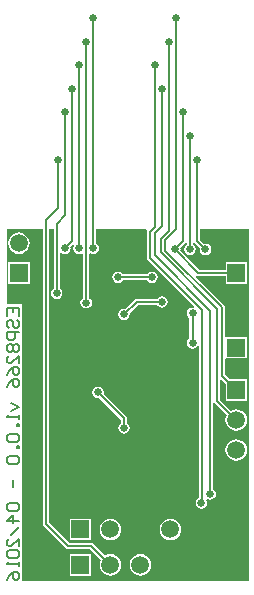
<source format=gbl>
G04 Layer_Physical_Order=2*
G04 Layer_Color=255*
%FSLAX24Y24*%
%MOIN*%
G70*
G01*
G75*
%ADD21C,0.0079*%
%ADD22C,0.0394*%
%ADD23C,0.0059*%
%ADD24R,0.0591X0.0591*%
%ADD25C,0.0591*%
%ADD26R,0.0591X0.0591*%
%ADD27C,0.0157*%
%ADD28C,0.0256*%
G36*
X8166Y101D02*
X627D01*
Y9312D01*
X101D01*
X101Y11811D01*
X1316D01*
Y2008D01*
X1324Y1969D01*
X1346Y1936D01*
X2094Y1188D01*
X2127Y1166D01*
X2165Y1159D01*
X2887D01*
X3245Y801D01*
X3213Y723D01*
X3201Y630D01*
X3213Y537D01*
X3249Y451D01*
X3306Y377D01*
X3380Y320D01*
X3466Y284D01*
X3559Y272D01*
X3652Y284D01*
X3738Y320D01*
X3812Y377D01*
X3869Y451D01*
X3905Y537D01*
X3917Y630D01*
X3905Y723D01*
X3869Y809D01*
X3812Y883D01*
X3738Y940D01*
X3652Y976D01*
X3559Y988D01*
X3466Y976D01*
X3388Y944D01*
X3001Y1331D01*
X2968Y1353D01*
X2929Y1361D01*
X2207D01*
X1519Y2050D01*
Y11811D01*
X1670D01*
Y9843D01*
X1636Y9821D01*
X1595Y9758D01*
X1580Y9685D01*
X1595Y9612D01*
X1636Y9550D01*
X1698Y9508D01*
X1772Y9493D01*
X1845Y9508D01*
X1907Y9550D01*
X1949Y9612D01*
X1963Y9685D01*
X1949Y9758D01*
X1907Y9821D01*
X1873Y9843D01*
Y11020D01*
X1923Y11038D01*
X1974Y11004D01*
X2047Y10989D01*
X2121Y11004D01*
X2183Y11046D01*
X2224Y11108D01*
X2239Y11181D01*
X2231Y11221D01*
X2320Y11311D01*
X2359Y11279D01*
X2343Y11254D01*
X2328Y11181D01*
X2343Y11108D01*
X2384Y11046D01*
X2446Y11004D01*
X2520Y10989D01*
X2593Y11004D01*
X2610Y11016D01*
X2655Y10992D01*
Y9528D01*
X2620Y9506D01*
X2579Y9443D01*
X2564Y9370D01*
X2579Y9297D01*
X2620Y9235D01*
X2683Y9193D01*
X2756Y9178D01*
X2829Y9193D01*
X2891Y9235D01*
X2933Y9297D01*
X2948Y9370D01*
X2933Y9443D01*
X2891Y9506D01*
X2857Y9528D01*
Y10992D01*
X2901Y11016D01*
X2919Y11004D01*
X2992Y10989D01*
X3065Y11004D01*
X3128Y11046D01*
X3169Y11108D01*
X3184Y11181D01*
X3169Y11254D01*
X3128Y11317D01*
X3093Y11339D01*
Y11811D01*
X4755D01*
X4769Y11795D01*
X4786Y11761D01*
X4781Y11732D01*
Y10866D01*
X4788Y10827D01*
X4810Y10795D01*
X6358Y9247D01*
X6333Y9201D01*
X6299Y9207D01*
X6226Y9193D01*
X6164Y9151D01*
X6122Y9089D01*
X6108Y9016D01*
X6122Y8942D01*
X6164Y8880D01*
X6198Y8857D01*
Y8190D01*
X6164Y8167D01*
X6122Y8105D01*
X6108Y8031D01*
X6122Y7958D01*
X6164Y7896D01*
X6226Y7854D01*
X6299Y7840D01*
X6373Y7854D01*
X6435Y7896D01*
X6463Y7938D01*
X6513Y7923D01*
Y2868D01*
X6459Y2832D01*
X6417Y2770D01*
X6403Y2697D01*
X6417Y2624D01*
X6459Y2561D01*
X6521Y2520D01*
X6594Y2505D01*
X6668Y2520D01*
X6730Y2561D01*
X6772Y2624D01*
X6786Y2697D01*
X6772Y2770D01*
X6754Y2797D01*
X6790Y2833D01*
X6816Y2815D01*
X6890Y2800D01*
X6963Y2815D01*
X7025Y2857D01*
X7067Y2919D01*
X7081Y2992D01*
X7067Y3065D01*
X7025Y3128D01*
X6991Y3150D01*
Y6020D01*
X7041Y6035D01*
X7054Y6015D01*
X7442Y5627D01*
X7410Y5549D01*
X7398Y5457D01*
X7410Y5364D01*
X7446Y5278D01*
X7503Y5203D01*
X7577Y5146D01*
X7663Y5111D01*
X7756Y5098D01*
X7849Y5111D01*
X7935Y5146D01*
X8009Y5203D01*
X8066Y5278D01*
X8102Y5364D01*
X8114Y5457D01*
X8102Y5549D01*
X8066Y5636D01*
X8009Y5710D01*
X7935Y5767D01*
X7849Y5803D01*
X7756Y5815D01*
X7663Y5803D01*
X7585Y5771D01*
X7227Y6129D01*
Y6777D01*
X7273Y6796D01*
X7401Y6669D01*
Y6101D01*
X8111D01*
Y6812D01*
X7544D01*
X7385Y6971D01*
Y7475D01*
X7401Y7519D01*
X7435Y7519D01*
X8111D01*
Y8229D01*
X7435D01*
X7401Y8229D01*
X7385Y8273D01*
Y9213D01*
X7377Y9251D01*
X7355Y9284D01*
X6401Y10238D01*
X6433Y10277D01*
X6457Y10261D01*
X6496Y10253D01*
X7401D01*
Y9999D01*
X8111D01*
Y10710D01*
X7401D01*
Y10456D01*
X6538D01*
X5892Y11101D01*
X5900Y11142D01*
X5892Y11182D01*
X6056Y11346D01*
X6069Y11366D01*
X6119Y11350D01*
Y11300D01*
X6085Y11277D01*
X6043Y11215D01*
X6029Y11142D01*
X6043Y11068D01*
X6085Y11006D01*
X6147Y10965D01*
X6220Y10950D01*
X6294Y10965D01*
X6356Y11006D01*
X6398Y11068D01*
X6412Y11142D01*
X6398Y11215D01*
X6356Y11277D01*
X6322Y11300D01*
Y11350D01*
X6372Y11366D01*
X6385Y11346D01*
X6549Y11182D01*
X6541Y11142D01*
X6555Y11068D01*
X6597Y11006D01*
X6659Y10965D01*
X6732Y10950D01*
X6806Y10965D01*
X6868Y11006D01*
X6909Y11068D01*
X6924Y11142D01*
X6909Y11215D01*
X6868Y11277D01*
X6806Y11319D01*
X6732Y11333D01*
X6692Y11325D01*
X6558Y11459D01*
Y11811D01*
X8166D01*
Y101D01*
D02*
G37*
%LPC*%
G36*
X512Y11713D02*
X419Y11700D01*
X333Y11665D01*
X258Y11608D01*
X201Y11533D01*
X166Y11447D01*
X153Y11354D01*
X166Y11262D01*
X201Y11175D01*
X258Y11101D01*
X333Y11044D01*
X419Y11008D01*
X512Y10996D01*
X605Y11008D01*
X691Y11044D01*
X765Y11101D01*
X822Y11175D01*
X858Y11262D01*
X870Y11354D01*
X858Y11447D01*
X822Y11533D01*
X765Y11608D01*
X691Y11665D01*
X605Y11700D01*
X512Y11713D01*
D02*
G37*
G36*
X4941Y10408D02*
X4868Y10394D01*
X4805Y10352D01*
X4783Y10318D01*
X3977D01*
X3954Y10352D01*
X3892Y10394D01*
X3819Y10408D01*
X3746Y10394D01*
X3683Y10352D01*
X3642Y10290D01*
X3627Y10217D01*
X3642Y10143D01*
X3683Y10081D01*
X3746Y10039D01*
X3819Y10025D01*
X3892Y10039D01*
X3954Y10081D01*
X3977Y10115D01*
X4783D01*
X4805Y10081D01*
X4868Y10039D01*
X4941Y10025D01*
X5014Y10039D01*
X5076Y10081D01*
X5118Y10143D01*
X5133Y10217D01*
X5118Y10290D01*
X5076Y10352D01*
X5014Y10394D01*
X4941Y10408D01*
D02*
G37*
G36*
X867Y10710D02*
X157D01*
Y9999D01*
X867D01*
Y10710D01*
D02*
G37*
G36*
X5282Y9585D02*
X5209Y9571D01*
X5146Y9529D01*
X5124Y9495D01*
X4433D01*
X4394Y9487D01*
X4361Y9465D01*
X4056Y9160D01*
X4016Y9168D01*
X3942Y9153D01*
X3880Y9112D01*
X3839Y9050D01*
X3824Y8976D01*
X3839Y8903D01*
X3880Y8841D01*
X3942Y8799D01*
X4016Y8785D01*
X4089Y8799D01*
X4151Y8841D01*
X4193Y8903D01*
X4207Y8976D01*
X4199Y9017D01*
X4475Y9292D01*
X5124D01*
X5146Y9258D01*
X5209Y9216D01*
X5282Y9202D01*
X5355Y9216D01*
X5417Y9258D01*
X5459Y9320D01*
X5474Y9394D01*
X5459Y9467D01*
X5417Y9529D01*
X5355Y9571D01*
X5282Y9585D01*
D02*
G37*
G36*
X3150Y6570D02*
X3076Y6555D01*
X3014Y6513D01*
X2973Y6451D01*
X2958Y6378D01*
X2973Y6305D01*
X3014Y6242D01*
X3076Y6201D01*
X3150Y6186D01*
X3190Y6194D01*
X3914Y5470D01*
Y5355D01*
X3880Y5332D01*
X3839Y5270D01*
X3824Y5197D01*
X3839Y5124D01*
X3880Y5061D01*
X3942Y5020D01*
X4016Y5005D01*
X4089Y5020D01*
X4151Y5061D01*
X4193Y5124D01*
X4207Y5197D01*
X4193Y5270D01*
X4151Y5332D01*
X4117Y5355D01*
Y5512D01*
X4109Y5551D01*
X4087Y5583D01*
X3333Y6338D01*
X3341Y6378D01*
X3327Y6451D01*
X3285Y6513D01*
X3223Y6555D01*
X3150Y6570D01*
D02*
G37*
G36*
X7756Y4815D02*
X7663Y4803D01*
X7577Y4767D01*
X7503Y4710D01*
X7446Y4636D01*
X7410Y4549D01*
X7398Y4457D01*
X7410Y4364D01*
X7446Y4278D01*
X7503Y4203D01*
X7577Y4146D01*
X7663Y4111D01*
X7756Y4098D01*
X7849Y4111D01*
X7935Y4146D01*
X8009Y4203D01*
X8066Y4278D01*
X8102Y4364D01*
X8114Y4457D01*
X8102Y4549D01*
X8066Y4636D01*
X8009Y4710D01*
X7935Y4767D01*
X7849Y4803D01*
X7756Y4815D01*
D02*
G37*
G36*
X2914Y2166D02*
X2204D01*
Y1456D01*
X2914D01*
Y2166D01*
D02*
G37*
G36*
X5559Y2169D02*
X5466Y2157D01*
X5380Y2121D01*
X5306Y2064D01*
X5249Y1990D01*
X5213Y1904D01*
X5201Y1811D01*
X5213Y1718D01*
X5249Y1632D01*
X5306Y1558D01*
X5380Y1501D01*
X5466Y1465D01*
X5559Y1453D01*
X5652Y1465D01*
X5738Y1501D01*
X5812Y1558D01*
X5869Y1632D01*
X5905Y1718D01*
X5917Y1811D01*
X5905Y1904D01*
X5869Y1990D01*
X5812Y2064D01*
X5738Y2121D01*
X5652Y2157D01*
X5559Y2169D01*
D02*
G37*
G36*
X3559D02*
X3466Y2157D01*
X3380Y2121D01*
X3306Y2064D01*
X3249Y1990D01*
X3213Y1904D01*
X3201Y1811D01*
X3213Y1718D01*
X3249Y1632D01*
X3306Y1558D01*
X3380Y1501D01*
X3466Y1465D01*
X3559Y1453D01*
X3652Y1465D01*
X3738Y1501D01*
X3812Y1558D01*
X3869Y1632D01*
X3905Y1718D01*
X3917Y1811D01*
X3905Y1904D01*
X3869Y1990D01*
X3812Y2064D01*
X3738Y2121D01*
X3652Y2157D01*
X3559Y2169D01*
D02*
G37*
G36*
X2914Y985D02*
X2204D01*
Y275D01*
X2914D01*
Y985D01*
D02*
G37*
G36*
X4559Y988D02*
X4466Y976D01*
X4380Y940D01*
X4306Y883D01*
X4249Y809D01*
X4213Y723D01*
X4201Y630D01*
X4213Y537D01*
X4249Y451D01*
X4306Y377D01*
X4380Y320D01*
X4466Y284D01*
X4559Y272D01*
X4652Y284D01*
X4738Y320D01*
X4812Y377D01*
X4869Y451D01*
X4905Y537D01*
X4917Y630D01*
X4905Y723D01*
X4869Y809D01*
X4812Y883D01*
X4738Y940D01*
X4652Y976D01*
X4559Y988D01*
D02*
G37*
%LPD*%
D21*
X2929Y1260D02*
X3559Y630D01*
X2165Y1260D02*
X2929D01*
X6594Y2697D02*
X6614Y2717D01*
X3150Y6378D02*
X4016Y5512D01*
Y5197D02*
Y5512D01*
X2992Y11181D02*
Y18858D01*
X2520Y11181D02*
Y17283D01*
X2283Y11417D02*
Y16496D01*
X2047Y12283D02*
Y15709D01*
X6457Y11417D02*
Y14134D01*
X6220Y11142D02*
Y14921D01*
X5984Y11417D02*
Y15709D01*
X6457Y11417D02*
X6732Y11142D01*
X6220D02*
X6220Y11142D01*
X5709Y11142D02*
X5984Y11417D01*
X2047Y11181D02*
X2283Y11417D01*
X2992Y9921D02*
X4439D01*
X2756Y9370D02*
Y18071D01*
X1772Y12008D02*
X2047Y12283D01*
X1417Y12126D02*
X1811Y12520D01*
Y14134D01*
X5512Y11771D02*
Y18071D01*
X5748Y11811D02*
Y18858D01*
X5039Y11889D02*
Y17283D01*
X5276Y11929D02*
Y16496D01*
X5394Y11457D02*
X5748Y11811D01*
X5236Y11495D02*
X5512Y11771D01*
X5039Y11693D02*
X5276Y11929D01*
X4882Y11732D02*
X5039Y11889D01*
X4016Y8976D02*
X4433Y9394D01*
X5282D01*
X3819Y10217D02*
X4941D01*
X5709Y11142D02*
X6496Y10354D01*
X7756D01*
X2992Y8110D02*
Y9921D01*
X1772Y9685D02*
Y12008D01*
X7283Y6929D02*
X7756Y6457D01*
X7126Y6087D02*
X7756Y5457D01*
X1417Y2008D02*
Y12126D01*
Y2008D02*
X2165Y1260D01*
X5394Y11102D02*
Y11457D01*
Y11102D02*
X7283Y9213D01*
Y6929D02*
Y9213D01*
X5236Y11063D02*
Y11495D01*
Y11063D02*
X7126Y9173D01*
Y6087D02*
Y9173D01*
X4882Y10866D02*
Y11732D01*
Y10866D02*
X6614Y9134D01*
Y2717D02*
Y9134D01*
X5039Y10945D02*
Y11693D01*
Y10945D02*
X6890Y9094D01*
Y2992D02*
Y9094D01*
X6299Y8031D02*
Y9016D01*
D22*
X4449Y8031D02*
X4984Y8567D01*
X4449Y4764D02*
Y8031D01*
X4984Y8567D02*
X5676D01*
D23*
X114Y8917D02*
Y9179D01*
X508D01*
Y8917D01*
X311Y9179D02*
Y9048D01*
X180Y8523D02*
X114Y8589D01*
Y8720D01*
X180Y8786D01*
X246D01*
X311Y8720D01*
Y8589D01*
X377Y8523D01*
X442D01*
X508Y8589D01*
Y8720D01*
X442Y8786D01*
X508Y8392D02*
X114D01*
Y8195D01*
X180Y8130D01*
X311D01*
X377Y8195D01*
Y8392D01*
X180Y7998D02*
X114Y7933D01*
Y7802D01*
X180Y7736D01*
X246D01*
X311Y7802D01*
X377Y7736D01*
X442D01*
X508Y7802D01*
Y7933D01*
X442Y7998D01*
X377D01*
X311Y7933D01*
X246Y7998D01*
X180D01*
X311Y7933D02*
Y7802D01*
X508Y7342D02*
Y7605D01*
X246Y7342D01*
X180D01*
X114Y7408D01*
Y7539D01*
X180Y7605D01*
X114Y6949D02*
X180Y7080D01*
X311Y7211D01*
X442D01*
X508Y7146D01*
Y7015D01*
X442Y6949D01*
X377D01*
X311Y7015D01*
Y7211D01*
X114Y6555D02*
X180Y6687D01*
X311Y6818D01*
X442D01*
X508Y6752D01*
Y6621D01*
X442Y6555D01*
X377D01*
X311Y6621D01*
Y6818D01*
X246Y6031D02*
X508Y5899D01*
X246Y5768D01*
X508Y5637D02*
Y5506D01*
Y5571D01*
X114D01*
X180Y5637D01*
X508Y5309D02*
X442D01*
Y5243D01*
X508D01*
Y5309D01*
X180Y4981D02*
X114Y4915D01*
Y4784D01*
X180Y4719D01*
X442D01*
X508Y4784D01*
Y4915D01*
X442Y4981D01*
X180D01*
X508Y4587D02*
X442D01*
Y4522D01*
X508D01*
Y4587D01*
X180Y4259D02*
X114Y4194D01*
Y4063D01*
X180Y3997D01*
X442D01*
X508Y4063D01*
Y4194D01*
X442Y4259D01*
X180D01*
X311Y3472D02*
Y3210D01*
X180Y2685D02*
X114Y2620D01*
Y2488D01*
X180Y2423D01*
X442D01*
X508Y2488D01*
Y2620D01*
X442Y2685D01*
X180D01*
X508Y2095D02*
X114D01*
X311Y2292D01*
Y2029D01*
X508Y1898D02*
X246Y1636D01*
X508Y1242D02*
Y1504D01*
X246Y1242D01*
X180D01*
X114Y1308D01*
Y1439D01*
X180Y1504D01*
Y1111D02*
X114Y1045D01*
Y914D01*
X180Y849D01*
X442D01*
X508Y914D01*
Y1045D01*
X442Y1111D01*
X180D01*
X508Y717D02*
Y586D01*
Y652D01*
X114D01*
X180Y717D01*
X114Y127D02*
X180Y258D01*
X311Y389D01*
X442D01*
X508Y324D01*
Y193D01*
X442Y127D01*
X377D01*
X311Y193D01*
Y389D01*
D24*
X2559Y630D02*
D03*
Y1811D02*
D03*
D25*
X3559Y630D02*
D03*
X4559D02*
D03*
X5559D02*
D03*
X3559Y1811D02*
D03*
X4559D02*
D03*
X5559D02*
D03*
X7756Y11354D02*
D03*
Y8874D02*
D03*
Y5457D02*
D03*
Y4457D02*
D03*
Y3457D02*
D03*
X512Y11354D02*
D03*
D26*
X7756Y10354D02*
D03*
Y7874D02*
D03*
Y6457D02*
D03*
X512Y10354D02*
D03*
D27*
X5380Y8705D02*
D03*
X5971D02*
D03*
Y8429D02*
D03*
X5380D02*
D03*
X5676Y8567D02*
D03*
D28*
X6594Y2697D02*
D03*
X6890Y2992D02*
D03*
X3150Y6378D02*
D03*
X1811Y14134D02*
D03*
X2047Y15709D02*
D03*
X2283Y16496D02*
D03*
X2520Y17283D02*
D03*
X2756Y18071D02*
D03*
X2992Y18858D02*
D03*
X6457Y14134D02*
D03*
X6220Y14921D02*
D03*
X5984Y15709D02*
D03*
X2992Y11181D02*
D03*
X2520Y11181D02*
D03*
X2047Y11181D02*
D03*
X5709Y11142D02*
D03*
X6220D02*
D03*
X6732D02*
D03*
X2992Y9921D02*
D03*
X2756Y9370D02*
D03*
X2992Y8110D02*
D03*
X5039Y17283D02*
D03*
X5276Y16496D02*
D03*
X4016Y8976D02*
D03*
X5282Y9394D02*
D03*
X4941Y10217D02*
D03*
X3819D02*
D03*
X1772Y9685D02*
D03*
X4439Y9921D02*
D03*
X5748Y18858D02*
D03*
X5512Y18071D02*
D03*
X4016Y5197D02*
D03*
X6299Y9016D02*
D03*
Y8031D02*
D03*
M02*

</source>
